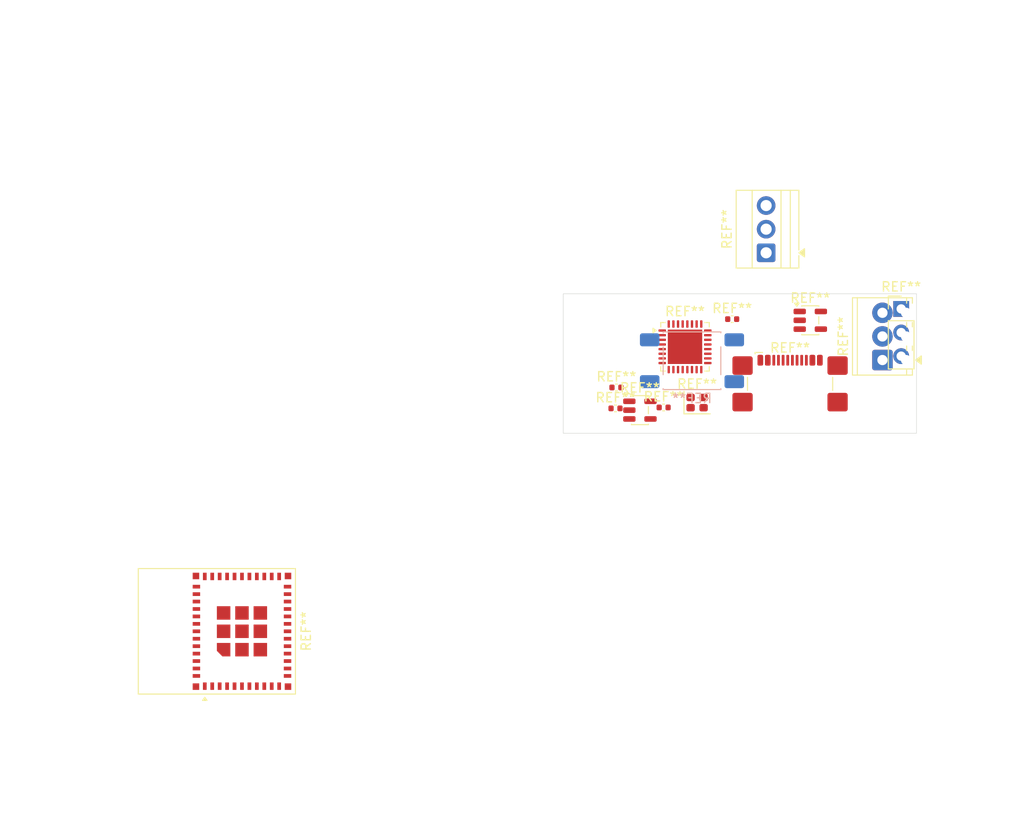
<source format=kicad_pcb>
(kicad_pcb (version 20241229) (generator "pcbnew") (generator_version "9.0")
  (layers (0 "F.Cu" signal) (2 "B.Cu" signal) (13 "F.Paste" user) (15 "B.Paste" user) (5 "F.SilkS" user "F.Silkscreen") (7 "B.SilkS" user "B.Silkscreen") (1 "F.Mask" user) (3 "B.Mask" user) (25 "Edge.Cuts" user))
  (net 0 "")
  (footprint "Package_DFN_QFN:QFN-32-1EP_5x5mm_P0.5mm_EP3.7x3.7mm" (layer "F.Cu") (at 133.1 75.7)
    (property "Reference" "REF**" (at 0 -3.8 0) (layer "F.SilkS"))
    (property "Value" "QFN-32-1EP_5x5mm_P0.5mm_EP3.7x3.7mm")
    (fp_line (start -2.61 -2.61) (end -2.135 -2.61) (stroke (width 0.12)) (layer "F.SilkS"))
    (fp_line (start -2.61 -2.135) (end -2.61 -2.61) (stroke (width 0.12)) (layer "F.SilkS"))
    (fp_line (start -2.61 2.61) (end -2.61 2.135) (stroke (width 0.12)) (layer "F.SilkS"))
    (fp_line (start -2.135 2.61) (end -2.61 2.61) (stroke (width 0.12)) (layer "F.SilkS"))
    (fp_line (start 2.135 -2.61) (end 2.61 -2.61) (stroke (width 0.12)) (layer "F.SilkS"))
    (fp_line (start 2.61 -2.61) (end 2.61 -2.135) (stroke (width 0.12)) (layer "F.SilkS"))
    (fp_line (start 2.61 2.135) (end 2.61 2.61) (stroke (width 0.12)) (layer "F.SilkS"))
    (fp_line (start 2.61 2.61) (end 2.135 2.61) (stroke (width 0.12)) (layer "F.SilkS"))
    (fp_poly (pts (xy -3.11 -1.75) (xy -3.44 -1.51) (xy -3.44 -1.99)) (stroke (width 0.12)) (fill yes) (layer "F.SilkS"))
    (pad "1" smd roundrect (at -2.45 -1.75) (size 0.8 0.25) (layers "F.Cu" "F.Mask" "F.Paste"))
    (pad "2" smd roundrect (at -2.45 -1.25) (size 0.8 0.25) (layers "F.Cu" "F.Mask" "F.Paste"))
    (pad "3" smd roundrect (at -2.45 -0.75) (size 0.8 0.25) (layers "F.Cu" "F.Mask" "F.Paste"))
    (pad "4" smd roundrect (at -2.45 -0.25) (size 0.8 0.25) (layers "F.Cu" "F.Mask" "F.Paste"))
    (pad "5" smd roundrect (at -2.45 0.25) (size 0.8 0.25) (layers "F.Cu" "F.Mask" "F.Paste"))
    (pad "6" smd roundrect (at -2.45 0.75) (size 0.8 0.25) (layers "F.Cu" "F.Mask" "F.Paste"))
    (pad "7" smd roundrect (at -2.45 1.25) (size 0.8 0.25) (layers "F.Cu" "F.Mask" "F.Paste"))
    (pad "8" smd roundrect (at -2.45 1.75) (size 0.8 0.25) (layers "F.Cu" "F.Mask" "F.Paste"))
    (pad "9" smd roundrect (at -1.75 2.45) (size 0.25 0.8) (layers "F.Cu" "F.Mask" "F.Paste"))
    (pad "10" smd roundrect (at -1.25 2.45) (size 0.25 0.8) (layers "F.Cu" "F.Mask" "F.Paste"))
    (pad "11" smd roundrect (at -0.75 2.45) (size 0.25 0.8) (layers "F.Cu" "F.Mask" "F.Paste"))
    (pad "12" smd roundrect (at -0.25 2.45) (size 0.25 0.8) (layers "F.Cu" "F.Mask" "F.Paste"))
    (pad "13" smd roundrect (at 0.25 2.45) (size 0.25 0.8) (layers "F.Cu" "F.Mask" "F.Paste"))
    (pad "14" smd roundrect (at 0.75 2.45) (size 0.25 0.8) (layers "F.Cu" "F.Mask" "F.Paste"))
    (pad "15" smd roundrect (at 1.25 2.45) (size 0.25 0.8) (layers "F.Cu" "F.Mask" "F.Paste"))
    (pad "16" smd roundrect (at 1.75 2.45) (size 0.25 0.8) (layers "F.Cu" "F.Mask" "F.Paste"))
    (pad "17" smd roundrect (at 2.45 1.75) (size 0.8 0.25) (layers "F.Cu" "F.Mask" "F.Paste"))
    (pad "18" smd roundrect (at 2.45 1.25) (size 0.8 0.25) (layers "F.Cu" "F.Mask" "F.Paste"))
    (pad "19" smd roundrect (at 2.45 0.75) (size 0.8 0.25) (layers "F.Cu" "F.Mask" "F.Paste"))
    (pad "20" smd roundrect (at 2.45 0.25) (size 0.8 0.25) (layers "F.Cu" "F.Mask" "F.Paste"))
    (pad "21" smd roundrect (at 2.45 -0.25) (size 0.8 0.25) (layers "F.Cu" "F.Mask" "F.Paste"))
    (pad "22" smd roundrect (at 2.45 -0.75) (size 0.8 0.25) (layers "F.Cu" "F.Mask" "F.Paste"))
    (pad "23" smd roundrect (at 2.45 -1.25) (size 0.8 0.25) (layers "F.Cu" "F.Mask" "F.Paste"))
    (pad "24" smd roundrect (at 2.45 -1.75) (size 0.8 0.25) (layers "F.Cu" "F.Mask" "F.Paste"))
    (pad "25" smd roundrect (at 1.75 -2.45) (size 0.25 0.8) (layers "F.Cu" "F.Mask" "F.Paste"))
    (pad "26" smd roundrect (at 1.25 -2.45) (size 0.25 0.8) (layers "F.Cu" "F.Mask" "F.Paste"))
    (pad "27" smd roundrect (at 0.75 -2.45) (size 0.25 0.8) (layers "F.Cu" "F.Mask" "F.Paste"))
    (pad "28" smd roundrect (at 0.25 -2.45) (size 0.25 0.8) (layers "F.Cu" "F.Mask" "F.Paste"))
    (pad "29" smd roundrect (at -0.25 -2.45) (size 0.25 0.8) (layers "F.Cu" "F.Mask" "F.Paste"))
    (pad "30" smd roundrect (at -0.75 -2.45) (size 0.25 0.8) (layers "F.Cu" "F.Mask" "F.Paste"))
    (pad "31" smd roundrect (at -1.25 -2.45) (size 0.25 0.8) (layers "F.Cu" "F.Mask" "F.Paste"))
    (pad "32" smd roundrect (at -1.75 -2.45) (size 0.25 0.8) (layers "F.Cu" "F.Mask" "F.Paste"))
    (pad "33" smd rect (at 0 0) (size 3.7 3.7) (property pad_prop_heatsink) (layers "F.Cu" "F.Mask"))
  )
  (footprint "Capacitor_SMD:C_0402_1005Metric" (layer "F.Cu") (at 130.8 82.225)
    (property "Reference" "REF**" (at 0 -1.16 0) (layer "F.SilkS"))
    (property "Value" "C_0402_1005Metric")
    (fp_line (start -0.107836 -0.36) (end 0.107836 -0.36) (stroke (width 0.12)) (layer "F.SilkS"))
    (fp_line (start -0.107836 0.36) (end 0.107836 0.36) (stroke (width 0.12)) (layer "F.SilkS"))
    (pad "1" smd roundrect (at -0.48 0) (size 0.56 0.62) (layers "F.Cu" "F.Mask" "F.Paste"))
    (pad "2" smd roundrect (at 0.48 0) (size 0.56 0.62) (layers "F.Cu" "F.Mask" "F.Paste"))
  )
  (footprint "Package_TO_SOT_SMD:SOT-23-5" (layer "F.Cu") (at 128.25 82.5125)
    (property "Reference" "REF**" (at 0 -2.4 0) (layer "F.SilkS"))
    (property "Value" "SOT-23-5")
    (fp_line (start -0.91 -1.56) (end 0.91 -1.56) (stroke (width 0.12)) (layer "F.SilkS"))
    (fp_line (start -0.91 -1.51) (end -0.91 -1.56) (stroke (width 0.12)) (layer "F.SilkS"))
    (fp_line (start -0.91 1.56) (end -0.91 1.51) (stroke (width 0.12)) (layer "F.SilkS"))
    (fp_line (start 0.91 -1.56) (end 0.91 -1.51) (stroke (width 0.12)) (layer "F.SilkS"))
    (fp_line (start 0.91 -0.39) (end 0.91 0.39) (stroke (width 0.12)) (layer "F.SilkS"))
    (fp_line (start 0.91 1.51) (end 0.91 1.56) (stroke (width 0.12)) (layer "F.SilkS"))
    (fp_line (start 0.91 1.56) (end -0.91 1.56) (stroke (width 0.12)) (layer "F.SilkS"))
    (fp_poly (pts (xy -1.45 -1.51) (xy -1.69 -1.84) (xy -1.21 -1.84)) (stroke (width 0.12)) (fill yes) (layer "F.SilkS"))
    (pad "1" smd roundrect (at -1.1375 -0.95) (size 1.325 0.6) (layers "F.Cu" "F.Mask" "F.Paste"))
    (pad "2" smd roundrect (at -1.1375 0) (size 1.325 0.6) (layers "F.Cu" "F.Mask" "F.Paste"))
    (pad "3" smd roundrect (at -1.1375 0.95) (size 1.325 0.6) (layers "F.Cu" "F.Mask" "F.Paste"))
    (pad "4" smd roundrect (at 1.1375 0.95) (size 1.325 0.6) (layers "F.Cu" "F.Mask" "F.Paste"))
    (pad "5" smd roundrect (at 1.1375 -0.95) (size 1.325 0.6) (layers "F.Cu" "F.Mask" "F.Paste"))
  )
  (footprint "Connector_USB:USB_C_Receptacle_GCT_USB4110" (layer "F.Cu") (at 144.4 80.825)
    (property "Reference" "REF**" (at 0 -5.015 0) (layer "F.SilkS"))
    (property "Value" "USB_C_Receptacle_GCT_USB4110")
    (fp_line (start -4.58 -0.435) (end -4.58 -1.845) (stroke (width 0.12)) (layer "F.SilkS"))
    (fp_line (start -3.76 -4.515) (end -3.76 -4.365) (stroke (width 0.12)) (layer "F.SilkS"))
    (fp_line (start -2.96 -4.515) (end -3.76 -4.515) (stroke (width 0.12)) (layer "F.SilkS"))
    (fp_line (start 4.58 -0.435) (end 4.58 -1.845) (stroke (width 0.12)) (layer "F.SilkS"))
    (pad "" np_thru_hole circle (at -2.89 -2.605) (size 0.65 0.65) (drill 0.65) (layers "*.Cu" "*.Mask"))
    (pad "" np_thru_hole circle (at 2.89 -2.605) (size 0.65 0.65) (drill 0.65) (layers "*.Cu" "*.Mask"))
    (pad "A1" smd roundrect (at -3.2 -3.68) (size 0.6 1.15) (layers "F.Cu" "F.Mask" "F.Paste"))
    (pad "A4" smd roundrect (at -2.4 -3.68) (size 0.6 1.15) (layers "F.Cu" "F.Mask" "F.Paste"))
    (pad "A5" smd roundrect (at -1.25 -3.68) (size 0.3 1.15) (layers "F.Cu" "F.Mask" "F.Paste"))
    (pad "A6" smd roundrect (at -0.25 -3.68) (size 0.3 1.15) (layers "F.Cu" "F.Mask" "F.Paste"))
    (pad "A7" smd roundrect (at 0.25 -3.68) (size 0.3 1.15) (layers "F.Cu" "F.Mask" "F.Paste"))
    (pad "A8" smd roundrect (at 1.25 -3.68) (size 0.3 1.15) (layers "F.Cu" "F.Mask" "F.Paste"))
    (pad "A9" smd roundrect (at 2.4 -3.68) (size 0.6 1.15) (layers "F.Cu" "F.Mask" "F.Paste"))
    (pad "A12" smd roundrect (at 3.2 -3.68) (size 0.6 1.15) (layers "F.Cu" "F.Mask" "F.Paste"))
    (pad "B1" smd roundrect (at 3.2 -3.68) (size 0.6 1.15) (layers "F.Cu" "F.Mask" "F.Paste"))
    (pad "B4" smd roundrect (at 2.4 -3.68) (size 0.6 1.15) (layers "F.Cu" "F.Mask" "F.Paste"))
    (pad "B5" smd roundrect (at 1.75 -3.68) (size 0.3 1.15) (layers "F.Cu" "F.Mask" "F.Paste"))
    (pad "B6" smd roundrect (at 0.75 -3.68) (size 0.3 1.15) (layers "F.Cu" "F.Mask" "F.Paste"))
    (pad "B7" smd roundrect (at -0.75 -3.68) (size 0.3 1.15) (layers "F.Cu" "F.Mask" "F.Paste"))
    (pad "B8" smd roundrect (at -1.75 -3.68) (size 0.3 1.15) (layers "F.Cu" "F.Mask" "F.Paste"))
    (pad "B9" smd roundrect (at -2.4 -3.68) (size 0.6 1.15) (layers "F.Cu" "F.Mask" "F.Paste"))
    (pad "B12" smd roundrect (at -3.2 -3.68) (size 0.6 1.15) (layers "F.Cu" "F.Mask" "F.Paste"))
    (pad "S1" smd roundrect (at -5.11 -3.105) (size 2.18 2) (layers "F.Cu" "F.Mask" "F.Paste") (roundrect_rratio 0.125))
    (pad "S1" smd roundrect (at -5.11 0.825) (size 2.18 2) (layers "F.Cu" "F.Mask" "F.Paste") (roundrect_rratio 0.125))
    (pad "S1" smd roundrect (at 5.11 -3.105) (size 2.18 2) (layers "F.Cu" "F.Mask" "F.Paste") (roundrect_rratio 0.125))
    (pad "S1" smd roundrect (at 5.11 0.825) (size 2.18 2) (layers "F.Cu" "F.Mask" "F.Paste") (roundrect_rratio 0.125))
  )
  (footprint "Crystal:Crystal_SMD_2016-4Pin_2.0x1.6mm" (layer "F.Cu") (at 134.4 81.7)
    (property "Reference" "REF**" (at 0 -2 0) (layer "F.SilkS"))
    (property "Value" "Crystal_SMD_2016-4Pin_2.0x1.6mm")
    (fp_line (start -1.41 -1.21) (end -1.41 1.21) (stroke (width 0.12)) (layer "F.SilkS"))
    (fp_line (start -1.41 1.21) (end 1.41 1.21) (stroke (width 0.12)) (layer "F.SilkS"))
    (pad "1" smd roundrect (at -0.7 0.55) (size 0.9 0.8) (layers "F.Cu" "F.Mask" "F.Paste"))
    (pad "2" smd roundrect (at 0.7 0.55) (size 0.9 0.8) (layers "F.Cu" "F.Mask" "F.Paste"))
    (pad "3" smd roundrect (at 0.7 -0.55) (size 0.9 0.8) (layers "F.Cu" "F.Mask" "F.Paste"))
    (pad "4" smd roundrect (at -0.7 -0.55) (size 0.9 0.8) (layers "F.Cu" "F.Mask" "F.Paste"))
  )
  (footprint "Package_TO_SOT_SMD:SOT-23-5" (layer "F.Cu") (at 146.575 72.85)
    (property "Reference" "REF**" (at 0 -2.4 0) (layer "F.SilkS"))
    (property "Value" "SOT-23-5")
    (fp_line (start -0.91 -1.56) (end 0.91 -1.56) (stroke (width 0.12)) (layer "F.SilkS"))
    (fp_line (start -0.91 -1.51) (end -0.91 -1.56) (stroke (width 0.12)) (layer "F.SilkS"))
    (fp_line (start -0.91 1.56) (end -0.91 1.51) (stroke (width 0.12)) (layer "F.SilkS"))
    (fp_line (start 0.91 -1.56) (end 0.91 -1.51) (stroke (width 0.12)) (layer "F.SilkS"))
    (fp_line (start 0.91 -0.39) (end 0.91 0.39) (stroke (width 0.12)) (layer "F.SilkS"))
    (fp_line (start 0.91 1.51) (end 0.91 1.56) (stroke (width 0.12)) (layer "F.SilkS"))
    (fp_line (start 0.91 1.56) (end -0.91 1.56) (stroke (width 0.12)) (layer "F.SilkS"))
    (fp_poly (pts (xy -1.45 -1.51) (xy -1.69 -1.84) (xy -1.21 -1.84)) (stroke (width 0.12)) (fill yes) (layer "F.SilkS"))
    (pad "1" smd roundrect (at -1.1375 -0.95) (size 1.325 0.6) (layers "F.Cu" "F.Mask" "F.Paste"))
    (pad "2" smd roundrect (at -1.1375 0) (size 1.325 0.6) (layers "F.Cu" "F.Mask" "F.Paste"))
    (pad "3" smd roundrect (at -1.1375 0.95) (size 1.325 0.6) (layers "F.Cu" "F.Mask" "F.Paste"))
    (pad "4" smd roundrect (at 1.1375 0.95) (size 1.325 0.6) (layers "F.Cu" "F.Mask" "F.Paste"))
    (pad "5" smd roundrect (at 1.1375 -0.95) (size 1.325 0.6) (layers "F.Cu" "F.Mask" "F.Paste"))
  )
  (footprint "Capacitor_SMD:C_0402_1005Metric" (layer "F.Cu") (at 125.625 82.325)
    (property "Reference" "REF**" (at 0 -1.16 0) (layer "F.SilkS"))
    (property "Value" "C_0402_1005Metric")
    (fp_line (start -0.107836 -0.36) (end 0.107836 -0.36) (stroke (width 0.12)) (layer "F.SilkS"))
    (fp_line (start -0.107836 0.36) (end 0.107836 0.36) (stroke (width 0.12)) (layer "F.SilkS"))
    (pad "1" smd roundrect (at -0.48 0) (size 0.56 0.62) (layers "F.Cu" "F.Mask" "F.Paste"))
    (pad "2" smd roundrect (at 0.48 0) (size 0.56 0.62) (layers "F.Cu" "F.Mask" "F.Paste"))
  )
  (footprint "Capacitor_SMD:C_0402_1005Metric" (layer "F.Cu") (at 138.175 72.725)
    (property "Reference" "REF**" (at 0 -1.16 0) (layer "F.SilkS"))
    (property "Value" "C_0402_1005Metric")
    (fp_line (start -0.107836 -0.36) (end 0.107836 -0.36) (stroke (width 0.12)) (layer "F.SilkS"))
    (fp_line (start -0.107836 0.36) (end 0.107836 0.36) (stroke (width 0.12)) (layer "F.SilkS"))
    (pad "1" smd roundrect (at -0.48 0) (size 0.56 0.62) (layers "F.Cu" "F.Mask" "F.Paste"))
    (pad "2" smd roundrect (at 0.48 0) (size 0.56 0.62) (layers "F.Cu" "F.Mask" "F.Paste"))
  )
  (footprint "Connector_PinHeader_2.54mm:PinHeader_1x03_P2.54mm_Vertical" (layer "F.Cu") (at 156.35 71.625)
    (property "Reference" "REF**" (at 0 -2.38 0) (layer "F.SilkS"))
    (property "Value" "PinHeader_1x03_P2.54mm_Vertical")
    (fp_line (start -1.38 -1.38) (end 0 -1.38) (stroke (width 0.12)) (layer "F.SilkS"))
    (fp_line (start -1.38 0) (end -1.38 -1.38) (stroke (width 0.12)) (layer "F.SilkS"))
    (fp_line (start -1.38 1.27) (end -1.38 6.46) (stroke (width 0.12)) (layer "F.SilkS"))
    (fp_line (start -1.38 1.27) (end 1.38 1.27) (stroke (width 0.12)) (layer "F.SilkS"))
    (fp_line (start -1.38 6.46) (end 1.38 6.46) (stroke (width 0.12)) (layer "F.SilkS"))
    (fp_line (start 1.38 1.27) (end 1.38 6.46) (stroke (width 0.12)) (layer "F.SilkS"))
    (pad "1" thru_hole rect (at 0 0) (size 1.7 1.7) (drill 1) (layers "*.Cu" "*.Mask"))
    (pad "2" thru_hole circle (at 0 2.54) (size 1.7 1.7) (drill 1) (layers "*.Cu" "*.Mask"))
    (pad "3" thru_hole circle (at 0 5.08) (size 1.7 1.7) (drill 1) (layers "*.Cu" "*.Mask"))
  )
  (footprint "jlc-extras:ESP32-C3-MINI-1" (layer "F.Cu") (at 85.45 106.3 90)
    (property "Reference" "REF**" (at 0 6.9 90) (layer "F.SilkS"))
    (property "Value" "ESP32-C3-MINI-1")
    (fp_line (start 6.75 -11.15) (end 6.75 5.75) (stroke (width 0.12)) (layer "F.SilkS"))
    (fp_line (start -6.75 -11.15) (end 6.75 -11.15) (stroke (width 0.12)) (layer "F.SilkS"))
    (fp_line (start 6.75 5.75) (end -6.75 5.75) (stroke (width 0.12)) (layer "F.SilkS"))
    (fp_line (start -6.75 5.75) (end -6.75 -11.15) (stroke (width 0.12)) (layer "F.SilkS"))
    (fp_poly (pts (xy -7.1 -4) (xy -7.436 -3.76) (xy -7.436 -4.24) (xy -7.1 -4)) (stroke (width 0.12)) (fill yes) (layer "F.SilkS"))
    (pad "1" smd rect (at -5.9 -4 90) (size 0.8 0.4) (layers "F.Cu" "F.Mask" "F.Paste"))
    (pad "2" smd rect (at -5.9 -3.2 90) (size 0.8 0.4) (layers "F.Cu" "F.Mask" "F.Paste"))
    (pad "3" smd rect (at -5.9 -2.4 90) (size 0.8 0.4) (layers "F.Cu" "F.Mask" "F.Paste"))
    (pad "4" smd rect (at -5.9 -1.6 90) (size 0.8 0.4) (layers "F.Cu" "F.Mask" "F.Paste"))
    (pad "5" smd rect (at -5.9 -0.8 90) (size 0.8 0.4) (layers "F.Cu" "F.Mask" "F.Paste"))
    (pad "6" smd rect (at -5.9 0 90) (size 0.8 0.4) (layers "F.Cu" "F.Mask" "F.Paste"))
    (pad "7" smd rect (at -5.9 0.8 90) (size 0.8 0.4) (layers "F.Cu" "F.Mask" "F.Paste"))
    (pad "8" smd rect (at -5.9 1.6 90) (size 0.8 0.4) (layers "F.Cu" "F.Mask" "F.Paste"))
    (pad "9" smd rect (at -5.9 2.4 90) (size 0.8 0.4) (layers "F.Cu" "F.Mask" "F.Paste"))
    (pad "10" smd rect (at -5.9 3.2 90) (size 0.8 0.4) (layers "F.Cu" "F.Mask" "F.Paste"))
    (pad "11" smd rect (at -5.9 4 90) (size 0.8 0.4) (layers "F.Cu" "F.Mask" "F.Paste"))
    (pad "12" smd rect (at -4.8 4.9 180) (size 0.8 0.4) (layers "F.Cu" "F.Mask" "F.Paste"))
    (pad "13" smd rect (at -4 4.9 180) (size 0.8 0.4) (layers "F.Cu" "F.Mask" "F.Paste"))
    (pad "14" smd rect (at -3.2 4.9 180) (size 0.8 0.4) (layers "F.Cu" "F.Mask" "F.Paste"))
    (pad "15" smd rect (at -2.4 4.9 180) (size 0.8 0.4) (layers "F.Cu" "F.Mask" "F.Paste"))
    (pad "16" smd rect (at -1.6 4.9 180) (size 0.8 0.4) (layers "F.Cu" "F.Mask" "F.Paste"))
    (pad "17" smd rect (at -0.8 4.9 180) (size 0.8 0.4) (layers "F.Cu" "F.Mask" "F.Paste"))
    (pad "18" smd rect (at 0 4.9 180) (size 0.8 0.4) (layers "F.Cu" "F.Mask" "F.Paste"))
    (pad "19" smd rect (at 0.8 4.9 180) (size 0.8 0.4) (layers "F.Cu" "F.Mask" "F.Paste"))
    (pad "20" smd rect (at 1.6 4.9 180) (size 0.8 0.4) (layers "F.Cu" "F.Mask" "F.Paste"))
    (pad "21" smd rect (at 2.4 4.9 180) (size 0.8 0.4) (layers "F.Cu" "F.Mask" "F.Paste"))
    (pad "22" smd rect (at 3.2 4.9 180) (size 0.8 0.4) (layers "F.Cu" "F.Mask" "F.Paste"))
    (pad "23" smd rect (at 4 4.9 180) (size 0.8 0.4) (layers "F.Cu" "F.Mask" "F.Paste"))
    (pad "24" smd rect (at 4.8 4.9 180) (size 0.8 0.4) (layers "F.Cu" "F.Mask" "F.Paste"))
    (pad "25" smd rect (at 5.9 4 90) (size 0.8 0.4) (layers "F.Cu" "F.Mask" "F.Paste"))
    (pad "26" smd rect (at 5.9 3.2 90) (size 0.8 0.4) (layers "F.Cu" "F.Mask" "F.Paste"))
    (pad "27" smd rect (at 5.9 2.4 90) (size 0.8 0.4) (layers "F.Cu" "F.Mask" "F.Paste"))
    (pad "28" smd rect (at 5.9 1.6 90) (size 0.8 0.4) (layers "F.Cu" "F.Mask" "F.Paste"))
    (pad "29" smd rect (at 5.9 0.8 90) (size 0.8 0.4) (layers "F.Cu" "F.Mask" "F.Paste"))
    (pad "30" smd rect (at 5.9 0 90) (size 0.8 0.4) (layers "F.Cu" "F.Mask" "F.Paste"))
    (pad "31" smd rect (at 5.9 -0.8 90) (size 0.8 0.4) (layers "F.Cu" "F.Mask" "F.Paste"))
    (pad "32" smd rect (at 5.9 -1.6 90) (size 0.8 0.4) (layers "F.Cu" "F.Mask" "F.Paste"))
    (pad "33" smd rect (at 5.9 -2.4 90) (size 0.8 0.4) (layers "F.Cu" "F.Mask" "F.Paste"))
    (pad "34" smd rect (at 5.9 -3.2 90) (size 0.8 0.4) (layers "F.Cu" "F.Mask" "F.Paste"))
    (pad "35" smd rect (at 5.9 -4 90) (size 0.8 0.4) (layers "F.Cu" "F.Mask" "F.Paste"))
    (pad "36" smd rect (at 4.8 -4.9 180) (size 0.8 0.4) (layers "F.Cu" "F.Mask" "F.Paste"))
    (pad "37" smd rect (at 4 -4.9 180) (size 0.8 0.4) (layers "F.Cu" "F.Mask" "F.Paste"))
    (pad "38" smd rect (at 3.2 -4.9 180) (size 0.8 0.4) (layers "F.Cu" "F.Mask" "F.Paste"))
    (pad "39" smd rect (at 2.4 -4.9 180) (size 0.8 0.4) (layers "F.Cu" "F.Mask" "F.Paste"))
    (pad "40" smd rect (at 1.6 -4.9 180) (size 0.8 0.4) (layers "F.Cu" "F.Mask" "F.Paste"))
    (pad "41" smd rect (at 0.8 -4.9 180) (size 0.8 0.4) (layers "F.Cu" "F.Mask" "F.Paste"))
    (pad "42" smd rect (at 0 -4.9 180) (size 0.8 0.4) (layers "F.Cu" "F.Mask" "F.Paste"))
    (pad "43" smd rect (at -0.8 -4.9 180) (size 0.8 0.4) (layers "F.Cu" "F.Mask" "F.Paste"))
    (pad "44" smd rect (at -1.6 -4.9 180) (size 0.8 0.4) (layers "F.Cu" "F.Mask" "F.Paste"))
    (pad "45" smd rect (at -2.4 -4.9 180) (size 0.8 0.4) (layers "F.Cu" "F.Mask" "F.Paste"))
    (pad "46" smd rect (at -3.2 -4.9 180) (size 0.8 0.4) (layers "F.Cu" "F.Mask" "F.Paste"))
    (pad "47" smd rect (at -4 -4.9 180) (size 0.8 0.4) (layers "F.Cu" "F.Mask" "F.Paste"))
    (pad "48" smd rect (at -4.8 -4.9 180) (size 0.8 0.4) (layers "F.Cu" "F.Mask" "F.Paste"))
    (pad "49" smd roundrect (at -1.975 -1.975 90) (size 1.45 1.45) (property pad_prop_heatsink) (layers "F.Cu" "F.Mask" "F.Paste") (roundrect_rratio 0) (chamfer_ratio 0.41) (chamfer top_left))
    (pad "49" smd rect (at -1.975 0 90) (size 1.45 1.45) (property pad_prop_heatsink) (layers "F.Cu" "F.Mask" "F.Paste"))
    (pad "49" smd rect (at -1.975 1.975 90) (size 1.45 1.45) (property pad_prop_heatsink) (layers "F.Cu" "F.Mask" "F.Paste"))
    (pad "49" smd rect (at 0 -1.975 90) (size 1.45 1.45) (property pad_prop_heatsink) (layers "F.Cu" "F.Mask" "F.Paste"))
    (pad "49" smd rect (at 0 0 90) (size 1.45 1.45) (property pad_prop_heatsink) (layers "F.Cu" "F.Mask" "F.Paste"))
    (pad "49" smd rect (at 0 1.975 90) (size 1.45 1.45) (property pad_prop_heatsink) (layers "F.Cu" "F.Mask" "F.Paste"))
    (pad "49" smd rect (at 1.975 -1.975 90) (size 1.45 1.45) (property pad_prop_heatsink) (layers "F.Cu" "F.Mask" "F.Paste"))
    (pad "49" smd rect (at 1.975 0 90) (size 1.45 1.45) (property pad_prop_heatsink) (layers "F.Cu" "F.Mask" "F.Paste"))
    (pad "49" smd rect (at 1.975 1.975 90) (size 1.45 1.45) (property pad_prop_heatsink) (layers "F.Cu" "F.Mask" "F.Paste"))
    (pad "50" smd rect (at 5.95 -4.95 90) (size 0.7 0.7) (layers "F.Cu" "F.Mask" "F.Paste"))
    (pad "51" smd rect (at 5.95 4.95 90) (size 0.7 0.7) (layers "F.Cu" "F.Mask" "F.Paste"))
    (pad "52" smd rect (at -5.95 4.95 90) (size 0.7 0.7) (layers "F.Cu" "F.Mask" "F.Paste"))
    (pad "53" smd rect (at -5.95 -4.95 90) (size 0.7 0.7) (layers "F.Cu" "F.Mask" "F.Paste"))
  )
  (footprint "TerminalBlock_Phoenix:TerminalBlock_Phoenix_MPT-0,5-3-2.54_1x03_P2.54mm_Horizontal" (layer "F.Cu") (at 154.335 77.125 90)
    (property "Reference" "REF**" (at 2.54 -4.22 90) (layer "F.SilkS"))
    (property "Value" "TerminalBlock_Phoenix_MPT-0,5-3-2.54_1x03_P2.54mm_Horizontal")
    (fp_line (start 6.7 -3.22) (end 6.7 3.22) (stroke (width 0.12)) (layer "F.SilkS"))
    (fp_line (start -1.62 -3.22) (end 6.7 -3.22) (stroke (width 0.12)) (layer "F.SilkS"))
    (fp_line (start -1.62 -2.7) (end 6.7 -2.7) (stroke (width 0.12)) (layer "F.SilkS"))
    (fp_line (start 6.11 2.6) (end 6.7 2.6) (stroke (width 0.12)) (layer "F.SilkS"))
    (fp_line (start 3.57 2.6) (end 4.05 2.6) (stroke (width 0.12)) (layer "F.SilkS"))
    (fp_line (start 1.03 2.6) (end 1.51 2.6) (stroke (width 0.12)) (layer "F.SilkS"))
    (fp_line (start -1.62 2.6) (end -1.03 2.6) (stroke (width 0.12)) (layer "F.SilkS"))
    (fp_line (start 6.7 3.22) (end 6.11 3.22) (stroke (width 0.12)) (layer "F.SilkS"))
    (fp_line (start 4.05 3.22) (end 3.57 3.22) (stroke (width 0.12)) (layer "F.SilkS"))
    (fp_line (start 1.51 3.22) (end 1.03 3.22) (stroke (width 0.12)) (layer "F.SilkS"))
    (fp_line (start -1.03 3.22) (end -1.62 3.22) (stroke (width 0.12)) (layer "F.SilkS"))
    (fp_line (start -1.62 3.22) (end -1.62 -3.22) (stroke (width 0.12)) (layer "F.SilkS"))
    (fp_poly (pts (xy 0 3.57) (xy 0.44 4.18) (xy -0.44 4.18)) (stroke (width 0.12)) (fill yes) (layer "F.SilkS"))
    (pad "" np_thru_hole circle (at 0 2.54 90) (size 1.1 1.1) (drill 1.1) (layers "*.Cu" "*.Mask"))
    (pad "" np_thru_hole circle (at 2.54 2.54 90) (size 1.1 1.1) (drill 1.1) (layers "*.Cu" "*.Mask"))
    (pad "" np_thru_hole circle (at 5.08 2.54 90) (size 1.1 1.1) (drill 1.1) (layers "*.Cu" "*.Mask"))
    (pad "1" thru_hole roundrect (at 0 0 90) (size 2.2 2.2) (drill 1.1) (layers "*.Cu" "*.Mask") (roundrect_rratio 0.113636))
    (pad "2" thru_hole circle (at 2.54 0 90) (size 2.2 2.2) (drill 1.1) (layers "*.Cu" "*.Mask"))
    (pad "3" thru_hole circle (at 5.08 0 90) (size 2.2 2.2) (drill 1.1) (layers "*.Cu" "*.Mask"))
  )
  (footprint "TerminalBlock:TerminalBlock_Xinya_XY308-2.54-3P_1x03_P2.54mm_Horizontal" (layer "F.Cu") (at 141.825 65.59 90)
    (property "Reference" "REF**" (at 2.54 -4.22 90) (layer "F.SilkS"))
    (property "Value" "TerminalBlock_Xinya_XY308-2.54-3P_1x03_P2.54mm_Horizontal")
    (fp_line (start 6.72 -3.22) (end 6.72 3.52) (stroke (width 0.12)) (layer "F.SilkS"))
    (fp_line (start -1.64 -3.22) (end 6.72 -3.22) (stroke (width 0.12)) (layer "F.SilkS"))
    (fp_line (start -1.64 -1.5) (end 6.72 -1.5) (stroke (width 0.12)) (layer "F.SilkS"))
    (fp_line (start -1.64 1.6) (end 6.72 1.6) (stroke (width 0.12)) (layer "F.SilkS"))
    (fp_line (start -1.64 2.6) (end 6.72 2.6) (stroke (width 0.12)) (layer "F.SilkS"))
    (fp_line (start 6.72 3.52) (end 0.3 3.52) (stroke (width 0.12)) (layer "F.SilkS"))
    (fp_line (start -0.3 3.52) (end -1.64 3.52) (stroke (width 0.12)) (layer "F.SilkS"))
    (fp_line (start -1.64 3.52) (end -1.64 -3.22) (stroke (width 0.12)) (layer "F.SilkS"))
    (fp_poly (pts (xy 0 3.52) (xy 0.44 4.13) (xy -0.44 4.13)) (stroke (width 0.12)) (fill yes) (layer "F.SilkS"))
    (pad "1" thru_hole roundrect (at 0 0 90) (size 2 2) (drill 1.2) (layers "*.Cu" "*.Mask") (roundrect_rratio 0.125))
    (pad "2" thru_hole circle (at 2.54 0 90) (size 2 2) (drill 1.2) (layers "*.Cu" "*.Mask"))
    (pad "3" thru_hole circle (at 5.08 0 90) (size 2 2) (drill 1.2) (layers "*.Cu" "*.Mask"))
  )
  (footprint "Capacitor_SMD:C_0402_1005Metric" (layer "F.Cu") (at 125.725 80.075)
    (property "Reference" "REF**" (at 0 -1.16 0) (layer "F.SilkS"))
    (property "Value" "C_0402_1005Metric")
    (fp_line (start -0.107836 -0.36) (end 0.107836 -0.36) (stroke (width 0.12)) (layer "F.SilkS"))
    (fp_line (start -0.107836 0.36) (end 0.107836 0.36) (stroke (width 0.12)) (layer "F.SilkS"))
    (pad "1" smd roundrect (at -0.48 0) (size 0.56 0.62) (layers "F.Cu" "F.Mask" "F.Paste"))
    (pad "2" smd roundrect (at 0.48 0) (size 0.56 0.62) (layers "F.Cu" "F.Mask" "F.Paste"))
  )
  (footprint "Button_Switch_SMD:SW_Push_1P1T_NO_E-Switch_TL3301NxxxxxG" (layer "B.Cu") (at 133.85 77.2)
    (property "Reference" "REF**" (at 0 4.05 180) (layer "B.SilkS") (effects (justify mirror)))
    (property "Value" "SW_Push_1P1T_NO_E-Switch_TL3301NxxxxxG")
    (fp_line (start -3.1 -3.1) (end -3.1 -3) (stroke (width 0.12)) (layer "B.SilkS"))
    (fp_line (start -3.1 -3.1) (end 3.1 -3.1) (stroke (width 0.12)) (layer "B.SilkS"))
    (fp_line (start -3.1 1.5) (end -3.1 -1.5) (stroke (width 0.12)) (layer "B.SilkS"))
    (fp_line (start -3.1 3.1) (end -3.1 3) (stroke (width 0.12)) (layer "B.SilkS"))
    (fp_line (start -3.1 3.1) (end 3.1 3.1) (stroke (width 0.12)) (layer "B.SilkS"))
    (fp_line (start 3.1 -3.1) (end 3.1 -3) (stroke (width 0.12)) (layer "B.SilkS"))
    (fp_line (start 3.1 1.5) (end 3.1 -1.5) (stroke (width 0.12)) (layer "B.SilkS"))
    (fp_line (start 3.1 3) (end 3.1 3.1) (stroke (width 0.12)) (layer "B.SilkS"))
    (pad "1" smd roundrect (at -4.55 2.25) (size 2.1 1.4) (layers "B.Cu" "B.Mask" "B.Paste") (roundrect_rratio 0.1785714286))
    (pad "1" smd roundrect (at 4.55 2.25) (size 2.1 1.4) (layers "B.Cu" "B.Mask" "B.Paste") (roundrect_rratio 0.1785714286))
    (pad "2" smd roundrect (at -4.55 -2.25) (size 2.1 1.4) (layers "B.Cu" "B.Mask" "B.Paste") (roundrect_rratio 0.1785714286))
    (pad "2" smd roundrect (at 4.55 -2.25) (size 2.1 1.4) (layers "B.Cu" "B.Mask" "B.Paste") (roundrect_rratio 0.1785714286))
  )
  (gr_rect (start 120 70) (end 158 85) (stroke (width 0.05)) (fill no) (layer "Edge.Cuts"))
)
</source>
